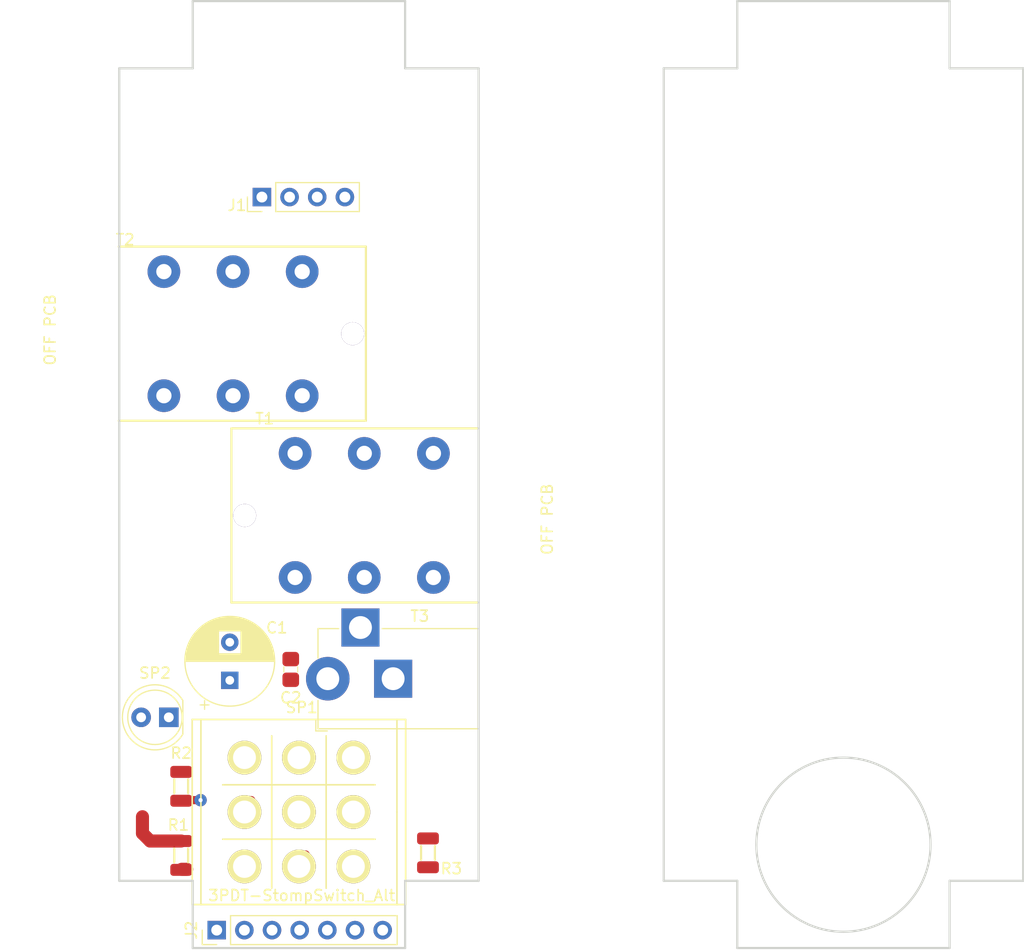
<source format=kicad_pcb>
(kicad_pcb (version 20171130) (host pcbnew "(5.1.4)-1")

  (general
    (thickness 1.6)
    (drawings 25)
    (tracks 12)
    (zones 0)
    (modules 12)
    (nets 25)
  )

  (page A4)
  (layers
    (0 F.Cu signal)
    (31 B.Cu signal)
    (32 B.Adhes user)
    (33 F.Adhes user)
    (34 B.Paste user)
    (35 F.Paste user)
    (36 B.SilkS user)
    (37 F.SilkS user)
    (38 B.Mask user)
    (39 F.Mask user)
    (40 Dwgs.User user)
    (41 Cmts.User user)
    (42 Eco1.User user)
    (43 Eco2.User user)
    (44 Edge.Cuts user)
    (45 Margin user)
    (46 B.CrtYd user)
    (47 F.CrtYd user)
    (48 B.Fab user)
    (49 F.Fab user hide)
  )

  (setup
    (last_trace_width 0.1524)
    (trace_clearance 0.1524)
    (zone_clearance 0.508)
    (zone_45_only no)
    (trace_min 0.1524)
    (via_size 0.635)
    (via_drill 0.254)
    (via_min_size 0.635)
    (via_min_drill 0.254)
    (uvia_size 0.3)
    (uvia_drill 0.1)
    (uvias_allowed no)
    (uvia_min_size 0.2)
    (uvia_min_drill 0.1)
    (edge_width 0.05)
    (segment_width 0.2)
    (pcb_text_width 0.3)
    (pcb_text_size 1.5 1.5)
    (mod_edge_width 0.12)
    (mod_text_size 1 1)
    (mod_text_width 0.15)
    (pad_size 1.524 1.524)
    (pad_drill 0.762)
    (pad_to_mask_clearance 0.051)
    (solder_mask_min_width 0.25)
    (aux_axis_origin 0 0)
    (visible_elements 7FFFFFFF)
    (pcbplotparams
      (layerselection 0x010fc_ffffffff)
      (usegerberextensions false)
      (usegerberattributes false)
      (usegerberadvancedattributes false)
      (creategerberjobfile false)
      (excludeedgelayer true)
      (linewidth 0.100000)
      (plotframeref false)
      (viasonmask false)
      (mode 1)
      (useauxorigin false)
      (hpglpennumber 1)
      (hpglpenspeed 20)
      (hpglpendiameter 15.000000)
      (psnegative false)
      (psa4output false)
      (plotreference true)
      (plotvalue true)
      (plotinvisibletext false)
      (padsonsilk false)
      (subtractmaskfromsilk false)
      (outputformat 1)
      (mirror false)
      (drillshape 1)
      (scaleselection 1)
      (outputdirectory ""))
  )

  (net 0 "")
  (net 1 GND)
  (net 2 +9V)
  (net 3 "Net-(R1-Pad2)")
  (net 4 "Net-(R1-Pad1)")
  (net 5 "Net-(T1-Pad5)")
  (net 6 "Net-(T1-Pad3)")
  (net 7 "Net-(T1-Pad2)")
  (net 8 "Net-(T1-Pad1)")
  (net 9 "Net-(T2-Pad5)")
  (net 10 "Net-(T2-Pad3)")
  (net 11 "Net-(T2-Pad2)")
  (net 12 "Net-(T2-Pad1)")
  (net 13 /OUT)
  (net 14 /IN)
  (net 15 /Pedal_IN)
  (net 16 /Pedal_OUT)
  (net 17 /BYPASS)
  (net 18 "Net-(J2-Pad1)")
  (net 19 "Net-(J2-Pad2)")
  (net 20 "Net-(J2-Pad3)")
  (net 21 "Net-(J2-Pad4)")
  (net 22 "Net-(J2-Pad5)")
  (net 23 "Net-(J2-Pad6)")
  (net 24 "Net-(J2-Pad7)")

  (net_class Default "This is the default net class."
    (clearance 0.1524)
    (trace_width 0.1524)
    (via_dia 0.635)
    (via_drill 0.254)
    (uvia_dia 0.3)
    (uvia_drill 0.1)
    (add_net +9V)
    (add_net /BYPASS)
    (add_net /IN)
    (add_net /OUT)
    (add_net /Pedal_IN)
    (add_net /Pedal_OUT)
    (add_net GND)
    (add_net "Net-(J2-Pad1)")
    (add_net "Net-(J2-Pad2)")
    (add_net "Net-(J2-Pad3)")
    (add_net "Net-(J2-Pad4)")
    (add_net "Net-(J2-Pad5)")
    (add_net "Net-(J2-Pad6)")
    (add_net "Net-(J2-Pad7)")
    (add_net "Net-(R1-Pad1)")
    (add_net "Net-(R1-Pad2)")
    (add_net "Net-(T1-Pad1)")
    (add_net "Net-(T1-Pad2)")
    (add_net "Net-(T1-Pad3)")
    (add_net "Net-(T1-Pad5)")
    (add_net "Net-(T2-Pad1)")
    (add_net "Net-(T2-Pad2)")
    (add_net "Net-(T2-Pad3)")
    (add_net "Net-(T2-Pad5)")
  )

  (module Pin_Headers:Pin_Header_Straight_1x07_Pitch2.54mm (layer F.Cu) (tedit 59650532) (tstamp 5E16A260)
    (at 92.45 132.85 90)
    (descr "Through hole straight pin header, 1x07, 2.54mm pitch, single row")
    (tags "Through hole pin header THT 1x07 2.54mm single row")
    (path /5E192E09)
    (fp_text reference J2 (at 0 -2.33 90) (layer F.SilkS)
      (effects (font (size 1 1) (thickness 0.15)))
    )
    (fp_text value Conn_01x07_Male (at 0 17.57 90) (layer F.Fab)
      (effects (font (size 1 1) (thickness 0.15)))
    )
    (fp_line (start -0.635 -1.27) (end 1.27 -1.27) (layer F.Fab) (width 0.1))
    (fp_line (start 1.27 -1.27) (end 1.27 16.51) (layer F.Fab) (width 0.1))
    (fp_line (start 1.27 16.51) (end -1.27 16.51) (layer F.Fab) (width 0.1))
    (fp_line (start -1.27 16.51) (end -1.27 -0.635) (layer F.Fab) (width 0.1))
    (fp_line (start -1.27 -0.635) (end -0.635 -1.27) (layer F.Fab) (width 0.1))
    (fp_line (start -1.33 16.57) (end 1.33 16.57) (layer F.SilkS) (width 0.12))
    (fp_line (start -1.33 1.27) (end -1.33 16.57) (layer F.SilkS) (width 0.12))
    (fp_line (start 1.33 1.27) (end 1.33 16.57) (layer F.SilkS) (width 0.12))
    (fp_line (start -1.33 1.27) (end 1.33 1.27) (layer F.SilkS) (width 0.12))
    (fp_line (start -1.33 0) (end -1.33 -1.33) (layer F.SilkS) (width 0.12))
    (fp_line (start -1.33 -1.33) (end 0 -1.33) (layer F.SilkS) (width 0.12))
    (fp_line (start -1.8 -1.8) (end -1.8 17.05) (layer F.CrtYd) (width 0.05))
    (fp_line (start -1.8 17.05) (end 1.8 17.05) (layer F.CrtYd) (width 0.05))
    (fp_line (start 1.8 17.05) (end 1.8 -1.8) (layer F.CrtYd) (width 0.05))
    (fp_line (start 1.8 -1.8) (end -1.8 -1.8) (layer F.CrtYd) (width 0.05))
    (fp_text user %R (at 0 7.62) (layer F.Fab)
      (effects (font (size 1 1) (thickness 0.15)))
    )
    (pad 1 thru_hole rect (at 0 0 90) (size 1.7 1.7) (drill 1) (layers *.Cu *.Mask)
      (net 18 "Net-(J2-Pad1)"))
    (pad 2 thru_hole oval (at 0 2.54 90) (size 1.7 1.7) (drill 1) (layers *.Cu *.Mask)
      (net 19 "Net-(J2-Pad2)"))
    (pad 3 thru_hole oval (at 0 5.08 90) (size 1.7 1.7) (drill 1) (layers *.Cu *.Mask)
      (net 20 "Net-(J2-Pad3)"))
    (pad 4 thru_hole oval (at 0 7.62 90) (size 1.7 1.7) (drill 1) (layers *.Cu *.Mask)
      (net 21 "Net-(J2-Pad4)"))
    (pad 5 thru_hole oval (at 0 10.16 90) (size 1.7 1.7) (drill 1) (layers *.Cu *.Mask)
      (net 22 "Net-(J2-Pad5)"))
    (pad 6 thru_hole oval (at 0 12.7 90) (size 1.7 1.7) (drill 1) (layers *.Cu *.Mask)
      (net 23 "Net-(J2-Pad6)"))
    (pad 7 thru_hole oval (at 0 15.24 90) (size 1.7 1.7) (drill 1) (layers *.Cu *.Mask)
      (net 24 "Net-(J2-Pad7)"))
    (model ${KISYS3DMOD}/Pin_Headers.3dshapes/Pin_Header_Straight_1x07_Pitch2.54mm.wrl
      (at (xyz 0 0 0))
      (scale (xyz 1 1 1))
      (rotate (xyz 0 0 0))
    )
  )

  (module AVR-KiCAD-Lib-Connectors:BarrelJack_Horizontal (layer F.Cu) (tedit 5E167790) (tstamp 5E16954B)
    (at 102.65 109.75 180)
    (descr "DC Barrel Jack")
    (tags "Power Jack")
    (path /5E189834)
    (fp_text reference T3 (at -8.45 5.75) (layer F.SilkS)
      (effects (font (size 1 1) (thickness 0.15)))
    )
    (fp_text value 54-00129 (at -6.2 -5.5) (layer F.Fab)
      (effects (font (size 1 1) (thickness 0.15)))
    )
    (fp_text user %R (at -3 -2.95) (layer F.Fab)
      (effects (font (size 1 1) (thickness 0.15)))
    )
    (fp_line (start -0.003213 -4.505425) (end 0.8 -3.75) (layer F.Fab) (width 0.1))
    (fp_line (start 1.1 -3.75) (end 1.1 -4.8) (layer F.SilkS) (width 0.12))
    (fp_line (start 0.05 -4.8) (end 1.1 -4.8) (layer F.SilkS) (width 0.12))
    (fp_line (start 1 -4.5) (end 1 -4.75) (layer F.CrtYd) (width 0.05))
    (fp_line (start 1 -4.75) (end -14 -4.75) (layer F.CrtYd) (width 0.05))
    (fp_line (start 1 -4.5) (end 1 -2) (layer F.CrtYd) (width 0.05))
    (fp_line (start 1 -2) (end 2 -2) (layer F.CrtYd) (width 0.05))
    (fp_line (start 2 -2) (end 2 2) (layer F.CrtYd) (width 0.05))
    (fp_line (start 2 2) (end 1 2) (layer F.CrtYd) (width 0.05))
    (fp_line (start 1 2) (end 1 4.75) (layer F.CrtYd) (width 0.05))
    (fp_line (start 1 4.75) (end -1 4.75) (layer F.CrtYd) (width 0.05))
    (fp_line (start -1 4.75) (end -1 6.75) (layer F.CrtYd) (width 0.05))
    (fp_line (start -1 6.75) (end -5 6.75) (layer F.CrtYd) (width 0.05))
    (fp_line (start -5 6.75) (end -5 4.75) (layer F.CrtYd) (width 0.05))
    (fp_line (start -5 4.75) (end -14 4.75) (layer F.CrtYd) (width 0.05))
    (fp_line (start -14 4.75) (end -14 -4.75) (layer F.CrtYd) (width 0.05))
    (fp_line (start -5 4.6) (end -13.8 4.6) (layer F.SilkS) (width 0.12))
    (fp_line (start -13.8 4.6) (end -13.8 -4.6) (layer F.SilkS) (width 0.12))
    (fp_line (start 0.9 1.9) (end 0.9 4.6) (layer F.SilkS) (width 0.12))
    (fp_line (start 0.9 4.6) (end -1 4.6) (layer F.SilkS) (width 0.12))
    (fp_line (start -13.8 -4.6) (end 0.9 -4.6) (layer F.SilkS) (width 0.12))
    (fp_line (start 0.9 -4.6) (end 0.9 -2) (layer F.SilkS) (width 0.12))
    (fp_line (start -10.2 -4.5) (end -10.2 4.5) (layer F.Fab) (width 0.1))
    (fp_line (start -13.7 -4.5) (end -13.7 4.5) (layer F.Fab) (width 0.1))
    (fp_line (start -13.7 4.5) (end 0.8 4.5) (layer F.Fab) (width 0.1))
    (fp_line (start 0.8 4.5) (end 0.8 -3.75) (layer F.Fab) (width 0.1))
    (fp_line (start 0 -4.5) (end -13.7 -4.5) (layer F.Fab) (width 0.1))
    (pad 1 thru_hole circle (at 0 0 180) (size 4 4) (drill 2.1) (layers *.Cu *.Mask)
      (net 2 +9V))
    (pad 2 thru_hole rect (at -6 0 180) (size 3.5 3.5) (drill 2.1) (layers *.Cu *.Mask)
      (net 1 GND))
    (pad 3 thru_hole rect (at -3 4.7 180) (size 3.5 3.5) (drill 2.1) (layers *.Cu *.Mask)
      (net 1 GND))
    (model ${AVR_KICAD_LIB}/3D/STEP/54-00129.STEP
      (offset (xyz -13.75 0 6.5))
      (scale (xyz 1 1 1))
      (rotate (xyz -90 0 90))
    )
  )

  (module AVR-KiCAD-Lib-Diodesl:LED_D5.0mm (layer F.Cu) (tedit 5995936A) (tstamp 5CCA5C14)
    (at 88.05 113.3 180)
    (descr "LED, diameter 5.0mm, 2 pins, http://cdn-reichelt.de/documents/datenblatt/A500/LL-504BC2E-009.pdf")
    (tags "LED diameter 5.0mm 2 pins")
    (path /5CCB35C1)
    (fp_text reference SP2 (at 1.27 4.064 180) (layer F.SilkS)
      (effects (font (size 1 1) (thickness 0.15)))
    )
    (fp_text value HLMP-4700-C0002 (at 1.27 3.96 180) (layer F.Fab) hide
      (effects (font (size 1 1) (thickness 0.15)))
    )
    (fp_arc (start 1.27 0) (end -1.23 -1.469694) (angle 299.1) (layer F.Fab) (width 0.1))
    (fp_arc (start 1.27 0) (end -1.29 -1.54483) (angle 148.9) (layer F.SilkS) (width 0.12))
    (fp_arc (start 1.27 0) (end -1.29 1.54483) (angle -148.9) (layer F.SilkS) (width 0.12))
    (fp_circle (center 1.27 0) (end 3.77 0) (layer F.Fab) (width 0.1))
    (fp_circle (center 1.27 0) (end 3.77 0) (layer F.SilkS) (width 0.12))
    (fp_line (start -1.23 -1.469694) (end -1.23 1.469694) (layer F.Fab) (width 0.1))
    (fp_line (start -1.29 -1.545) (end -1.29 1.545) (layer F.SilkS) (width 0.12))
    (fp_line (start -1.95 -3.25) (end -1.95 3.25) (layer F.CrtYd) (width 0.05))
    (fp_line (start -1.95 3.25) (end 4.5 3.25) (layer F.CrtYd) (width 0.05))
    (fp_line (start 4.5 3.25) (end 4.5 -3.25) (layer F.CrtYd) (width 0.05))
    (fp_line (start 4.5 -3.25) (end -1.95 -3.25) (layer F.CrtYd) (width 0.05))
    (fp_text user %R (at 1.25 0 180) (layer F.Fab)
      (effects (font (size 0.8 0.8) (thickness 0.2)))
    )
    (pad 1 thru_hole rect (at 0 0 180) (size 1.8 1.8) (drill 0.9) (layers *.Cu *.Mask)
      (net 3 "Net-(R1-Pad2)"))
    (pad 2 thru_hole circle (at 2.54 0 180) (size 1.8 1.8) (drill 0.9) (layers *.Cu *.Mask)
      (net 2 +9V))
    (model ${KISYS3DMOD}/LED_THT.3dshapes/LED_D5.0mm.wrl
      (at (xyz 0 0 0))
      (scale (xyz 1 1 1))
      (rotate (xyz 0 0 0))
    )
  )

  (module AVR-KiCAD-Lib-Capacitors:CP_Radial_D8.0mm_P3.50mm (layer F.Cu) (tedit 5AE50EF0) (tstamp 5CCA8908)
    (at 93.65 109.9 90)
    (descr "CP, Radial series, Radial, pin pitch=3.50mm, , diameter=8mm, Electrolytic Capacitor")
    (tags "CP Radial series Radial pin pitch 3.50mm  diameter 8mm Electrolytic Capacitor")
    (path /5CD2C864)
    (fp_text reference C1 (at 4.826 4.318) (layer F.SilkS)
      (effects (font (size 1 1) (thickness 0.15)))
    )
    (fp_text value UFW1H101MPD (at 1.75 5.25 270) (layer F.Fab) hide
      (effects (font (size 1 1) (thickness 0.15)))
    )
    (fp_circle (center 1.75 0) (end 5.75 0) (layer F.Fab) (width 0.1))
    (fp_circle (center 1.75 0) (end 5.87 0) (layer F.SilkS) (width 0.12))
    (fp_circle (center 1.75 0) (end 6 0) (layer F.CrtYd) (width 0.05))
    (fp_line (start -1.676759 -1.7475) (end -0.876759 -1.7475) (layer F.Fab) (width 0.1))
    (fp_line (start -1.276759 -2.1475) (end -1.276759 -1.3475) (layer F.Fab) (width 0.1))
    (fp_line (start 1.75 -4.08) (end 1.75 4.08) (layer F.SilkS) (width 0.12))
    (fp_line (start 1.79 -4.08) (end 1.79 4.08) (layer F.SilkS) (width 0.12))
    (fp_line (start 1.83 -4.08) (end 1.83 4.08) (layer F.SilkS) (width 0.12))
    (fp_line (start 1.87 -4.079) (end 1.87 4.079) (layer F.SilkS) (width 0.12))
    (fp_line (start 1.91 -4.077) (end 1.91 4.077) (layer F.SilkS) (width 0.12))
    (fp_line (start 1.95 -4.076) (end 1.95 4.076) (layer F.SilkS) (width 0.12))
    (fp_line (start 1.99 -4.074) (end 1.99 4.074) (layer F.SilkS) (width 0.12))
    (fp_line (start 2.03 -4.071) (end 2.03 4.071) (layer F.SilkS) (width 0.12))
    (fp_line (start 2.07 -4.068) (end 2.07 4.068) (layer F.SilkS) (width 0.12))
    (fp_line (start 2.11 -4.065) (end 2.11 4.065) (layer F.SilkS) (width 0.12))
    (fp_line (start 2.15 -4.061) (end 2.15 4.061) (layer F.SilkS) (width 0.12))
    (fp_line (start 2.19 -4.057) (end 2.19 4.057) (layer F.SilkS) (width 0.12))
    (fp_line (start 2.23 -4.052) (end 2.23 4.052) (layer F.SilkS) (width 0.12))
    (fp_line (start 2.27 -4.048) (end 2.27 4.048) (layer F.SilkS) (width 0.12))
    (fp_line (start 2.31 -4.042) (end 2.31 4.042) (layer F.SilkS) (width 0.12))
    (fp_line (start 2.35 -4.037) (end 2.35 4.037) (layer F.SilkS) (width 0.12))
    (fp_line (start 2.39 -4.03) (end 2.39 4.03) (layer F.SilkS) (width 0.12))
    (fp_line (start 2.43 -4.024) (end 2.43 4.024) (layer F.SilkS) (width 0.12))
    (fp_line (start 2.471 -4.017) (end 2.471 -1.04) (layer F.SilkS) (width 0.12))
    (fp_line (start 2.471 1.04) (end 2.471 4.017) (layer F.SilkS) (width 0.12))
    (fp_line (start 2.511 -4.01) (end 2.511 -1.04) (layer F.SilkS) (width 0.12))
    (fp_line (start 2.511 1.04) (end 2.511 4.01) (layer F.SilkS) (width 0.12))
    (fp_line (start 2.551 -4.002) (end 2.551 -1.04) (layer F.SilkS) (width 0.12))
    (fp_line (start 2.551 1.04) (end 2.551 4.002) (layer F.SilkS) (width 0.12))
    (fp_line (start 2.591 -3.994) (end 2.591 -1.04) (layer F.SilkS) (width 0.12))
    (fp_line (start 2.591 1.04) (end 2.591 3.994) (layer F.SilkS) (width 0.12))
    (fp_line (start 2.631 -3.985) (end 2.631 -1.04) (layer F.SilkS) (width 0.12))
    (fp_line (start 2.631 1.04) (end 2.631 3.985) (layer F.SilkS) (width 0.12))
    (fp_line (start 2.671 -3.976) (end 2.671 -1.04) (layer F.SilkS) (width 0.12))
    (fp_line (start 2.671 1.04) (end 2.671 3.976) (layer F.SilkS) (width 0.12))
    (fp_line (start 2.711 -3.967) (end 2.711 -1.04) (layer F.SilkS) (width 0.12))
    (fp_line (start 2.711 1.04) (end 2.711 3.967) (layer F.SilkS) (width 0.12))
    (fp_line (start 2.751 -3.957) (end 2.751 -1.04) (layer F.SilkS) (width 0.12))
    (fp_line (start 2.751 1.04) (end 2.751 3.957) (layer F.SilkS) (width 0.12))
    (fp_line (start 2.791 -3.947) (end 2.791 -1.04) (layer F.SilkS) (width 0.12))
    (fp_line (start 2.791 1.04) (end 2.791 3.947) (layer F.SilkS) (width 0.12))
    (fp_line (start 2.831 -3.936) (end 2.831 -1.04) (layer F.SilkS) (width 0.12))
    (fp_line (start 2.831 1.04) (end 2.831 3.936) (layer F.SilkS) (width 0.12))
    (fp_line (start 2.871 -3.925) (end 2.871 -1.04) (layer F.SilkS) (width 0.12))
    (fp_line (start 2.871 1.04) (end 2.871 3.925) (layer F.SilkS) (width 0.12))
    (fp_line (start 2.911 -3.914) (end 2.911 -1.04) (layer F.SilkS) (width 0.12))
    (fp_line (start 2.911 1.04) (end 2.911 3.914) (layer F.SilkS) (width 0.12))
    (fp_line (start 2.951 -3.902) (end 2.951 -1.04) (layer F.SilkS) (width 0.12))
    (fp_line (start 2.951 1.04) (end 2.951 3.902) (layer F.SilkS) (width 0.12))
    (fp_line (start 2.991 -3.889) (end 2.991 -1.04) (layer F.SilkS) (width 0.12))
    (fp_line (start 2.991 1.04) (end 2.991 3.889) (layer F.SilkS) (width 0.12))
    (fp_line (start 3.031 -3.877) (end 3.031 -1.04) (layer F.SilkS) (width 0.12))
    (fp_line (start 3.031 1.04) (end 3.031 3.877) (layer F.SilkS) (width 0.12))
    (fp_line (start 3.071 -3.863) (end 3.071 -1.04) (layer F.SilkS) (width 0.12))
    (fp_line (start 3.071 1.04) (end 3.071 3.863) (layer F.SilkS) (width 0.12))
    (fp_line (start 3.111 -3.85) (end 3.111 -1.04) (layer F.SilkS) (width 0.12))
    (fp_line (start 3.111 1.04) (end 3.111 3.85) (layer F.SilkS) (width 0.12))
    (fp_line (start 3.151 -3.835) (end 3.151 -1.04) (layer F.SilkS) (width 0.12))
    (fp_line (start 3.151 1.04) (end 3.151 3.835) (layer F.SilkS) (width 0.12))
    (fp_line (start 3.191 -3.821) (end 3.191 -1.04) (layer F.SilkS) (width 0.12))
    (fp_line (start 3.191 1.04) (end 3.191 3.821) (layer F.SilkS) (width 0.12))
    (fp_line (start 3.231 -3.805) (end 3.231 -1.04) (layer F.SilkS) (width 0.12))
    (fp_line (start 3.231 1.04) (end 3.231 3.805) (layer F.SilkS) (width 0.12))
    (fp_line (start 3.271 -3.79) (end 3.271 -1.04) (layer F.SilkS) (width 0.12))
    (fp_line (start 3.271 1.04) (end 3.271 3.79) (layer F.SilkS) (width 0.12))
    (fp_line (start 3.311 -3.774) (end 3.311 -1.04) (layer F.SilkS) (width 0.12))
    (fp_line (start 3.311 1.04) (end 3.311 3.774) (layer F.SilkS) (width 0.12))
    (fp_line (start 3.351 -3.757) (end 3.351 -1.04) (layer F.SilkS) (width 0.12))
    (fp_line (start 3.351 1.04) (end 3.351 3.757) (layer F.SilkS) (width 0.12))
    (fp_line (start 3.391 -3.74) (end 3.391 -1.04) (layer F.SilkS) (width 0.12))
    (fp_line (start 3.391 1.04) (end 3.391 3.74) (layer F.SilkS) (width 0.12))
    (fp_line (start 3.431 -3.722) (end 3.431 -1.04) (layer F.SilkS) (width 0.12))
    (fp_line (start 3.431 1.04) (end 3.431 3.722) (layer F.SilkS) (width 0.12))
    (fp_line (start 3.471 -3.704) (end 3.471 -1.04) (layer F.SilkS) (width 0.12))
    (fp_line (start 3.471 1.04) (end 3.471 3.704) (layer F.SilkS) (width 0.12))
    (fp_line (start 3.511 -3.686) (end 3.511 -1.04) (layer F.SilkS) (width 0.12))
    (fp_line (start 3.511 1.04) (end 3.511 3.686) (layer F.SilkS) (width 0.12))
    (fp_line (start 3.551 -3.666) (end 3.551 -1.04) (layer F.SilkS) (width 0.12))
    (fp_line (start 3.551 1.04) (end 3.551 3.666) (layer F.SilkS) (width 0.12))
    (fp_line (start 3.591 -3.647) (end 3.591 -1.04) (layer F.SilkS) (width 0.12))
    (fp_line (start 3.591 1.04) (end 3.591 3.647) (layer F.SilkS) (width 0.12))
    (fp_line (start 3.631 -3.627) (end 3.631 -1.04) (layer F.SilkS) (width 0.12))
    (fp_line (start 3.631 1.04) (end 3.631 3.627) (layer F.SilkS) (width 0.12))
    (fp_line (start 3.671 -3.606) (end 3.671 -1.04) (layer F.SilkS) (width 0.12))
    (fp_line (start 3.671 1.04) (end 3.671 3.606) (layer F.SilkS) (width 0.12))
    (fp_line (start 3.711 -3.584) (end 3.711 -1.04) (layer F.SilkS) (width 0.12))
    (fp_line (start 3.711 1.04) (end 3.711 3.584) (layer F.SilkS) (width 0.12))
    (fp_line (start 3.751 -3.562) (end 3.751 -1.04) (layer F.SilkS) (width 0.12))
    (fp_line (start 3.751 1.04) (end 3.751 3.562) (layer F.SilkS) (width 0.12))
    (fp_line (start 3.791 -3.54) (end 3.791 -1.04) (layer F.SilkS) (width 0.12))
    (fp_line (start 3.791 1.04) (end 3.791 3.54) (layer F.SilkS) (width 0.12))
    (fp_line (start 3.831 -3.517) (end 3.831 -1.04) (layer F.SilkS) (width 0.12))
    (fp_line (start 3.831 1.04) (end 3.831 3.517) (layer F.SilkS) (width 0.12))
    (fp_line (start 3.871 -3.493) (end 3.871 -1.04) (layer F.SilkS) (width 0.12))
    (fp_line (start 3.871 1.04) (end 3.871 3.493) (layer F.SilkS) (width 0.12))
    (fp_line (start 3.911 -3.469) (end 3.911 -1.04) (layer F.SilkS) (width 0.12))
    (fp_line (start 3.911 1.04) (end 3.911 3.469) (layer F.SilkS) (width 0.12))
    (fp_line (start 3.951 -3.444) (end 3.951 -1.04) (layer F.SilkS) (width 0.12))
    (fp_line (start 3.951 1.04) (end 3.951 3.444) (layer F.SilkS) (width 0.12))
    (fp_line (start 3.991 -3.418) (end 3.991 -1.04) (layer F.SilkS) (width 0.12))
    (fp_line (start 3.991 1.04) (end 3.991 3.418) (layer F.SilkS) (width 0.12))
    (fp_line (start 4.031 -3.392) (end 4.031 -1.04) (layer F.SilkS) (width 0.12))
    (fp_line (start 4.031 1.04) (end 4.031 3.392) (layer F.SilkS) (width 0.12))
    (fp_line (start 4.071 -3.365) (end 4.071 -1.04) (layer F.SilkS) (width 0.12))
    (fp_line (start 4.071 1.04) (end 4.071 3.365) (layer F.SilkS) (width 0.12))
    (fp_line (start 4.111 -3.338) (end 4.111 -1.04) (layer F.SilkS) (width 0.12))
    (fp_line (start 4.111 1.04) (end 4.111 3.338) (layer F.SilkS) (width 0.12))
    (fp_line (start 4.151 -3.309) (end 4.151 -1.04) (layer F.SilkS) (width 0.12))
    (fp_line (start 4.151 1.04) (end 4.151 3.309) (layer F.SilkS) (width 0.12))
    (fp_line (start 4.191 -3.28) (end 4.191 -1.04) (layer F.SilkS) (width 0.12))
    (fp_line (start 4.191 1.04) (end 4.191 3.28) (layer F.SilkS) (width 0.12))
    (fp_line (start 4.231 -3.25) (end 4.231 -1.04) (layer F.SilkS) (width 0.12))
    (fp_line (start 4.231 1.04) (end 4.231 3.25) (layer F.SilkS) (width 0.12))
    (fp_line (start 4.271 -3.22) (end 4.271 -1.04) (layer F.SilkS) (width 0.12))
    (fp_line (start 4.271 1.04) (end 4.271 3.22) (layer F.SilkS) (width 0.12))
    (fp_line (start 4.311 -3.189) (end 4.311 -1.04) (layer F.SilkS) (width 0.12))
    (fp_line (start 4.311 1.04) (end 4.311 3.189) (layer F.SilkS) (width 0.12))
    (fp_line (start 4.351 -3.156) (end 4.351 -1.04) (layer F.SilkS) (width 0.12))
    (fp_line (start 4.351 1.04) (end 4.351 3.156) (layer F.SilkS) (width 0.12))
    (fp_line (start 4.391 -3.124) (end 4.391 -1.04) (layer F.SilkS) (width 0.12))
    (fp_line (start 4.391 1.04) (end 4.391 3.124) (layer F.SilkS) (width 0.12))
    (fp_line (start 4.431 -3.09) (end 4.431 -1.04) (layer F.SilkS) (width 0.12))
    (fp_line (start 4.431 1.04) (end 4.431 3.09) (layer F.SilkS) (width 0.12))
    (fp_line (start 4.471 -3.055) (end 4.471 -1.04) (layer F.SilkS) (width 0.12))
    (fp_line (start 4.471 1.04) (end 4.471 3.055) (layer F.SilkS) (width 0.12))
    (fp_line (start 4.511 -3.019) (end 4.511 -1.04) (layer F.SilkS) (width 0.12))
    (fp_line (start 4.511 1.04) (end 4.511 3.019) (layer F.SilkS) (width 0.12))
    (fp_line (start 4.551 -2.983) (end 4.551 2.983) (layer F.SilkS) (width 0.12))
    (fp_line (start 4.591 -2.945) (end 4.591 2.945) (layer F.SilkS) (width 0.12))
    (fp_line (start 4.631 -2.907) (end 4.631 2.907) (layer F.SilkS) (width 0.12))
    (fp_line (start 4.671 -2.867) (end 4.671 2.867) (layer F.SilkS) (width 0.12))
    (fp_line (start 4.711 -2.826) (end 4.711 2.826) (layer F.SilkS) (width 0.12))
    (fp_line (start 4.751 -2.784) (end 4.751 2.784) (layer F.SilkS) (width 0.12))
    (fp_line (start 4.791 -2.741) (end 4.791 2.741) (layer F.SilkS) (width 0.12))
    (fp_line (start 4.831 -2.697) (end 4.831 2.697) (layer F.SilkS) (width 0.12))
    (fp_line (start 4.871 -2.651) (end 4.871 2.651) (layer F.SilkS) (width 0.12))
    (fp_line (start 4.911 -2.604) (end 4.911 2.604) (layer F.SilkS) (width 0.12))
    (fp_line (start 4.951 -2.556) (end 4.951 2.556) (layer F.SilkS) (width 0.12))
    (fp_line (start 4.991 -2.505) (end 4.991 2.505) (layer F.SilkS) (width 0.12))
    (fp_line (start 5.031 -2.454) (end 5.031 2.454) (layer F.SilkS) (width 0.12))
    (fp_line (start 5.071 -2.4) (end 5.071 2.4) (layer F.SilkS) (width 0.12))
    (fp_line (start 5.111 -2.345) (end 5.111 2.345) (layer F.SilkS) (width 0.12))
    (fp_line (start 5.151 -2.287) (end 5.151 2.287) (layer F.SilkS) (width 0.12))
    (fp_line (start 5.191 -2.228) (end 5.191 2.228) (layer F.SilkS) (width 0.12))
    (fp_line (start 5.231 -2.166) (end 5.231 2.166) (layer F.SilkS) (width 0.12))
    (fp_line (start 5.271 -2.102) (end 5.271 2.102) (layer F.SilkS) (width 0.12))
    (fp_line (start 5.311 -2.034) (end 5.311 2.034) (layer F.SilkS) (width 0.12))
    (fp_line (start 5.351 -1.964) (end 5.351 1.964) (layer F.SilkS) (width 0.12))
    (fp_line (start 5.391 -1.89) (end 5.391 1.89) (layer F.SilkS) (width 0.12))
    (fp_line (start 5.431 -1.813) (end 5.431 1.813) (layer F.SilkS) (width 0.12))
    (fp_line (start 5.471 -1.731) (end 5.471 1.731) (layer F.SilkS) (width 0.12))
    (fp_line (start 5.511 -1.645) (end 5.511 1.645) (layer F.SilkS) (width 0.12))
    (fp_line (start 5.551 -1.552) (end 5.551 1.552) (layer F.SilkS) (width 0.12))
    (fp_line (start 5.591 -1.453) (end 5.591 1.453) (layer F.SilkS) (width 0.12))
    (fp_line (start 5.631 -1.346) (end 5.631 1.346) (layer F.SilkS) (width 0.12))
    (fp_line (start 5.671 -1.229) (end 5.671 1.229) (layer F.SilkS) (width 0.12))
    (fp_line (start 5.711 -1.098) (end 5.711 1.098) (layer F.SilkS) (width 0.12))
    (fp_line (start 5.751 -0.948) (end 5.751 0.948) (layer F.SilkS) (width 0.12))
    (fp_line (start 5.791 -0.768) (end 5.791 0.768) (layer F.SilkS) (width 0.12))
    (fp_line (start 5.831 -0.533) (end 5.831 0.533) (layer F.SilkS) (width 0.12))
    (fp_line (start -2.659698 -2.315) (end -1.859698 -2.315) (layer F.SilkS) (width 0.12))
    (fp_line (start -2.259698 -2.715) (end -2.259698 -1.915) (layer F.SilkS) (width 0.12))
    (fp_text user %R (at 1.75 0 270) (layer F.Fab)
      (effects (font (size 1 1) (thickness 0.15)))
    )
    (pad 1 thru_hole rect (at 0 0 90) (size 1.6 1.6) (drill 0.8) (layers *.Cu *.Mask)
      (net 2 +9V))
    (pad 2 thru_hole circle (at 3.5 0 90) (size 1.6 1.6) (drill 0.8) (layers *.Cu *.Mask)
      (net 1 GND))
    (model ${KISYS3DMOD}/Capacitor_THT.3dshapes/CP_Radial_D8.0mm_P3.50mm.wrl
      (at (xyz 0 0 0))
      (scale (xyz 1 1 1))
      (rotate (xyz 0 0 0))
    )
  )

  (module AVR-KiCAD-Lib-Connectors:ACJS-MHDR (layer F.Cu) (tedit 5CD61751) (tstamp 5CCA5C27)
    (at 106 94.75)
    (path /5D0841AB)
    (fp_text reference T1 (at -9.144 -8.89) (layer F.SilkS)
      (effects (font (size 1 1) (thickness 0.15)))
    )
    (fp_text value ACJS-MHDR (at 0.35 0.05) (layer F.Fab)
      (effects (font (size 1 1) (thickness 0.15)))
    )
    (fp_text user "THIS LINE ON EDGE" (at 11.7 0.1 90) (layer Dwgs.User)
      (effects (font (size 1 1) (thickness 0.15)))
    )
    (fp_text user "OFF PCB" (at 16.8 0.35 90) (layer F.SilkS)
      (effects (font (size 1 1) (thickness 0.15)))
    )
    (fp_line (start 10.5 8) (end 21.3 8) (layer Dwgs.User) (width 0.2))
    (fp_line (start 21.3 -8) (end 21.3 8) (layer Dwgs.User) (width 0.2))
    (fp_line (start 10.5 -8) (end 21.3 -8) (layer Dwgs.User) (width 0.2))
    (fp_line (start -12.2 8) (end -12.2 -8) (layer F.SilkS) (width 0.2))
    (fp_line (start 10.5 -8) (end 10.5 8) (layer Dwgs.User) (width 0.2))
    (fp_line (start -12.2 8) (end 10.5 8) (layer F.SilkS) (width 0.2))
    (fp_line (start -12.2 -8) (end 10.5 -8) (layer F.SilkS) (width 0.2))
    (pad 7 thru_hole circle (at -10.98 0) (size 2.1 2.1) (drill 2.1) (layers *.Cu *.Mask))
    (pad 6 thru_hole circle (at -6.35 -5.7) (size 3 3) (drill 1.4) (layers *.Cu *.Mask)
      (net 15 /Pedal_IN))
    (pad 5 thru_hole circle (at 0 -5.7) (size 3 3) (drill 1.4) (layers *.Cu *.Mask)
      (net 5 "Net-(T1-Pad5)"))
    (pad 4 thru_hole circle (at 6.35 -5.7) (size 3 3) (drill 1.4) (layers *.Cu *.Mask)
      (net 1 GND))
    (pad 3 thru_hole circle (at -6.35 5.7) (size 3 3) (drill 1.4) (layers *.Cu *.Mask)
      (net 6 "Net-(T1-Pad3)"))
    (pad 2 thru_hole circle (at 0 5.7) (size 3 3) (drill 1.4) (layers *.Cu *.Mask)
      (net 7 "Net-(T1-Pad2)"))
    (pad 1 thru_hole circle (at 6.35 5.7) (size 3 3) (drill 1.4) (layers *.Cu *.Mask)
      (net 8 "Net-(T1-Pad1)"))
    (model ${AVR_KICAD_LIB}/3D/STEP/ACJS-MHDR.stp
      (offset (xyz 2.45 0 6.5))
      (scale (xyz 1 1 1))
      (rotate (xyz 0 0 0))
    )
  )

  (module AVR-KiCAD-Lib-Special:Switches_Stomp_Switch_3PDT (layer F.Cu) (tedit 5CC7529A) (tstamp 5CCA75E4)
    (at 100 122)
    (path /5CC88A6B)
    (fp_text reference SP1 (at 0.254 -9.604) (layer F.SilkS)
      (effects (font (size 1 1) (thickness 0.15)))
    )
    (fp_text value 3PDT-StompSwitch_Alt (at 0.254 7.668) (layer F.SilkS)
      (effects (font (size 1 1) (thickness 0.15)))
    )
    (fp_line (start 7 2.5) (end -7 2.5) (layer F.SilkS) (width 0.15))
    (fp_line (start -7 -2.5) (end 7 -2.5) (layer F.SilkS) (width 0.15))
    (fp_line (start 2.5 7) (end 2.5 -7) (layer F.SilkS) (width 0.15))
    (fp_line (start -2.5 -7) (end -2.5 7) (layer F.SilkS) (width 0.15))
    (fp_line (start -9 8.5) (end -9.8 8.5) (layer F.SilkS) (width 0.15))
    (fp_line (start -9.8 8.5) (end -9.8 -8.5) (layer F.SilkS) (width 0.15))
    (fp_line (start -9.8 -8.5) (end -9 -8.5) (layer F.SilkS) (width 0.15))
    (fp_line (start 9.8 8.5) (end 9 8.5) (layer F.SilkS) (width 0.15))
    (fp_line (start 9.8 8.5) (end 9.8 -8.5) (layer F.SilkS) (width 0.15))
    (fp_line (start 9.8 -8.5) (end 9 -8.5) (layer F.SilkS) (width 0.15))
    (fp_line (start -9 8.5) (end -9 -8.5) (layer F.SilkS) (width 0.15))
    (fp_line (start -9 -8.5) (end 9 -8.5) (layer F.SilkS) (width 0.15))
    (fp_line (start 9 -8.5) (end 9 0) (layer F.SilkS) (width 0.15))
    (fp_line (start -9 8.5) (end 9 8.5) (layer F.SilkS) (width 0.15))
    (fp_line (start 9 8.5) (end 9 0) (layer F.SilkS) (width 0.15))
    (pad 4 thru_hole circle (at 5 0) (size 3.1 3.1) (drill 2.1) (layers *.Cu *.Mask F.SilkS)
      (net 15 /Pedal_IN))
    (pad 5 thru_hole circle (at 0 0) (size 3.1 3.1) (drill 2.1) (layers *.Cu *.Mask F.SilkS)
      (net 16 /Pedal_OUT))
    (pad 6 thru_hole circle (at -5 0) (size 3.1 3.1) (drill 2.1) (layers *.Cu *.Mask F.SilkS)
      (net 1 GND))
    (pad 3 thru_hole circle (at -5 -5) (size 3.1 3.1) (drill 2.1) (layers *.Cu *.Mask F.SilkS)
      (net 14 /IN))
    (pad 9 thru_hole circle (at -5 5) (size 3.1 3.1) (drill 2.1) (layers *.Cu *.Mask F.SilkS)
      (net 4 "Net-(R1-Pad1)"))
    (pad 7 thru_hole circle (at 5 5) (size 3.1 3.1) (drill 2.1) (layers *.Cu *.Mask F.SilkS)
      (net 14 /IN))
    (pad 1 thru_hole circle (at 5 -5) (size 3.1 3.1) (drill 2.1) (layers *.Cu *.Mask F.SilkS)
      (net 17 /BYPASS))
    (pad 2 thru_hole circle (at 0 -5) (size 3.1 3.1) (drill 2.1) (layers *.Cu *.Mask F.SilkS)
      (net 17 /BYPASS))
    (pad 8 thru_hole circle (at 0 5) (size 3.1 3.1) (drill 2.1) (layers *.Cu *.Mask F.SilkS)
      (net 13 /OUT))
    (model "C:/Users/adam/Documents/GitHub/AudioExperiments/Projects-KiCAD/Libraries/3D/User Library-Footswich_3PDT.step"
      (offset (xyz 0 0 16.69999974919116))
      (scale (xyz 1 1 1))
      (rotate (xyz -90 0 0))
    )
  )

  (module AVR-KiCAD-Lib-Connectors:ACJS-MHDR (layer F.Cu) (tedit 5CD61751) (tstamp 5E1678AC)
    (at 93.95 78.05 180)
    (path /5D086FC4)
    (fp_text reference T2 (at 9.906 8.636 180) (layer F.SilkS)
      (effects (font (size 1 1) (thickness 0.15)))
    )
    (fp_text value ACJS-MHDR (at 0.35 0.05 180) (layer F.Fab)
      (effects (font (size 1 1) (thickness 0.15)))
    )
    (fp_text user "THIS LINE ON EDGE" (at 11.7 0.1 90) (layer Dwgs.User)
      (effects (font (size 1 1) (thickness 0.15)))
    )
    (fp_text user "OFF PCB" (at 16.8 0.35 270) (layer F.SilkS)
      (effects (font (size 1 1) (thickness 0.15)))
    )
    (fp_line (start 10.5 8) (end 21.3 8) (layer Dwgs.User) (width 0.2))
    (fp_line (start 21.3 -8) (end 21.3 8) (layer Dwgs.User) (width 0.2))
    (fp_line (start 10.5 -8) (end 21.3 -8) (layer Dwgs.User) (width 0.2))
    (fp_line (start -12.2 8) (end -12.2 -8) (layer F.SilkS) (width 0.2))
    (fp_line (start 10.5 -8) (end 10.5 8) (layer Dwgs.User) (width 0.2))
    (fp_line (start -12.2 8) (end 10.5 8) (layer F.SilkS) (width 0.2))
    (fp_line (start -12.2 -8) (end 10.5 -8) (layer F.SilkS) (width 0.2))
    (pad 7 thru_hole circle (at -10.98 0 180) (size 2.1 2.1) (drill 2.1) (layers *.Cu *.Mask))
    (pad 6 thru_hole circle (at -6.35 -5.7 180) (size 3 3) (drill 1.4) (layers *.Cu *.Mask)
      (net 16 /Pedal_OUT))
    (pad 5 thru_hole circle (at 0 -5.7 180) (size 3 3) (drill 1.4) (layers *.Cu *.Mask)
      (net 9 "Net-(T2-Pad5)"))
    (pad 4 thru_hole circle (at 6.35 -5.7 180) (size 3 3) (drill 1.4) (layers *.Cu *.Mask)
      (net 1 GND))
    (pad 3 thru_hole circle (at -6.35 5.7 180) (size 3 3) (drill 1.4) (layers *.Cu *.Mask)
      (net 10 "Net-(T2-Pad3)"))
    (pad 2 thru_hole circle (at 0 5.7 180) (size 3 3) (drill 1.4) (layers *.Cu *.Mask)
      (net 11 "Net-(T2-Pad2)"))
    (pad 1 thru_hole circle (at 6.35 5.7 180) (size 3 3) (drill 1.4) (layers *.Cu *.Mask)
      (net 12 "Net-(T2-Pad1)"))
    (model ${AVR_KICAD_LIB}/3D/STEP/ACJS-MHDR.stp
      (offset (xyz 2.45 0 6.5))
      (scale (xyz 1 1 1))
      (rotate (xyz 0 0 0))
    )
  )

  (module AVR-KiCAD-Lib-Capacitors:C0805 (layer F.Cu) (tedit 57D73A5A) (tstamp 5CCA5B82)
    (at 99.25 108.9 90)
    (path /5CCE814F)
    (fp_text reference C2 (at -2.6 0 180) (layer F.SilkS)
      (effects (font (size 1 1) (thickness 0.15)))
    )
    (fp_text value CL21B104KCFNNNE (at 0 -1.905 90) (layer F.Fab) hide
      (effects (font (size 1 1) (thickness 0.15)))
    )
    (fp_line (start -0.254 -0.635) (end 0.254 -0.635) (layer F.SilkS) (width 0.1))
    (fp_line (start -0.254 0.635) (end 0.254 0.635) (layer F.SilkS) (width 0.1))
    (fp_line (start 0 -0.254) (end 0 0.254) (layer Dwgs.User) (width 0.05))
    (fp_line (start 0.254 0) (end -0.254 0) (layer Dwgs.User) (width 0.05))
    (fp_line (start -1.973 -0.983) (end 1.973 -0.983) (layer Dwgs.User) (width 0.05))
    (fp_line (start 1.973 -0.983) (end 1.973 0.991) (layer Dwgs.User) (width 0.05))
    (fp_line (start 1.973 0.991) (end -1.973 0.991) (layer Dwgs.User) (width 0.05))
    (fp_line (start -1.973 -0.983) (end -1.973 0.991) (layer Dwgs.User) (width 0.05))
    (fp_line (start -1 -0.635) (end 1 -0.635) (layer Eco1.User) (width 0.05))
    (fp_line (start -1 0.635) (end -1 -0.635) (layer Eco1.User) (width 0.05))
    (fp_line (start 1 0.635) (end -1 0.635) (layer Eco1.User) (width 0.05))
    (fp_line (start 1 -0.635) (end 1 0.635) (layer Eco1.User) (width 0.05))
    (pad 1 smd roundrect (at -0.95 0 90) (size 1.321 1.524) (layers F.Cu F.Paste F.Mask) (roundrect_rratio 0.25)
      (net 2 +9V) (solder_mask_margin 0.102))
    (pad 2 smd roundrect (at 0.95 0 90) (size 1.321 1.524) (layers F.Cu F.Paste F.Mask) (roundrect_rratio 0.25)
      (net 1 GND) (solder_mask_margin 0.102))
    (model C:/Users/adam/Documents/GitHub/footprints/3D/STEP/CAPC-0805-T0.7-BN.stp
      (at (xyz 0 0 0))
      (scale (xyz 1 1 1))
      (rotate (xyz 0 0 0))
    )
  )

  (module AVR-KiCAD-Lib-Resistors:R1206 (layer F.Cu) (tedit 586975D8) (tstamp 5E16861A)
    (at 111.85 125.75 90)
    (path /5CCA75A1)
    (fp_text reference R3 (at -1.45 2.15) (layer F.SilkS)
      (effects (font (size 1 1) (thickness 0.15)))
    )
    (fp_text value RC1206FR-071ML (at 0.25 -3 90) (layer F.Fab) hide
      (effects (font (size 1 1) (thickness 0.15)))
    )
    (fp_line (start -0.635 -0.635) (end 0.635 -0.635) (layer F.SilkS) (width 0.2))
    (fp_line (start 0.635 0.635) (end -0.635 0.635) (layer F.SilkS) (width 0.2))
    (fp_line (start 0 -0.381) (end 0 0.381) (layer Dwgs.User) (width 0.05))
    (fp_line (start 0.381 0) (end -0.381 0) (layer Dwgs.User) (width 0.05))
    (fp_line (start -2.1 1.2) (end -2.1 -1.2) (layer Dwgs.User) (width 0.05))
    (fp_line (start 2.1 1.2) (end -2.1 1.2) (layer Dwgs.User) (width 0.05))
    (fp_line (start 2.1 -1.2) (end 2.1 1.2) (layer Dwgs.User) (width 0.05))
    (fp_line (start -2.1 -1.2) (end 2.1 -1.2) (layer Dwgs.User) (width 0.05))
    (fp_line (start -1.675 -0.875) (end 1.675 -0.875) (layer Eco1.User) (width 0.05))
    (fp_line (start -1.675 0.875) (end -1.675 -0.875) (layer Eco1.User) (width 0.05))
    (fp_line (start 1.675 0.875) (end -1.675 0.875) (layer Eco1.User) (width 0.05))
    (fp_line (start 1.675 -0.875) (end 1.675 0.875) (layer Eco1.User) (width 0.05))
    (pad 2 smd roundrect (at 1.325 0 90) (size 1.1 2) (layers F.Cu F.Paste F.Mask) (roundrect_rratio 0.25)
      (net 1 GND) (solder_mask_margin 0.102))
    (pad 1 smd roundrect (at -1.325 0 90) (size 1.1 2) (layers F.Cu F.Paste F.Mask) (roundrect_rratio 0.25)
      (net 13 /OUT) (solder_mask_margin 0.102))
    (model C:/Users/adam/Documents/GitHub/footprints/3D/STEP/1206_RES.stp
      (offset (xyz -0.1999999969963014 -0.02499999962453768 0))
      (scale (xyz 1 1 1))
      (rotate (xyz -90 0 0))
    )
  )

  (module AVR-KiCAD-Lib-Resistors:R1206 (layer F.Cu) (tedit 586975D8) (tstamp 5CCA5BD4)
    (at 89.188 119.638 270)
    (path /5CCA3CF5)
    (fp_text reference R2 (at -3.048 0 180) (layer F.SilkS)
      (effects (font (size 1 1) (thickness 0.15)))
    )
    (fp_text value RC1206FR-071ML (at 0.25 -3 270) (layer F.Fab) hide
      (effects (font (size 1 1) (thickness 0.15)))
    )
    (fp_line (start -0.635 -0.635) (end 0.635 -0.635) (layer F.SilkS) (width 0.2))
    (fp_line (start 0.635 0.635) (end -0.635 0.635) (layer F.SilkS) (width 0.2))
    (fp_line (start 0 -0.381) (end 0 0.381) (layer Dwgs.User) (width 0.05))
    (fp_line (start 0.381 0) (end -0.381 0) (layer Dwgs.User) (width 0.05))
    (fp_line (start -2.1 1.2) (end -2.1 -1.2) (layer Dwgs.User) (width 0.05))
    (fp_line (start 2.1 1.2) (end -2.1 1.2) (layer Dwgs.User) (width 0.05))
    (fp_line (start 2.1 -1.2) (end 2.1 1.2) (layer Dwgs.User) (width 0.05))
    (fp_line (start -2.1 -1.2) (end 2.1 -1.2) (layer Dwgs.User) (width 0.05))
    (fp_line (start -1.675 -0.875) (end 1.675 -0.875) (layer Eco1.User) (width 0.05))
    (fp_line (start -1.675 0.875) (end -1.675 -0.875) (layer Eco1.User) (width 0.05))
    (fp_line (start 1.675 0.875) (end -1.675 0.875) (layer Eco1.User) (width 0.05))
    (fp_line (start 1.675 -0.875) (end 1.675 0.875) (layer Eco1.User) (width 0.05))
    (pad 2 smd roundrect (at 1.325 0 270) (size 1.1 2) (layers F.Cu F.Paste F.Mask) (roundrect_rratio 0.25)
      (net 1 GND) (solder_mask_margin 0.102))
    (pad 1 smd roundrect (at -1.325 0 270) (size 1.1 2) (layers F.Cu F.Paste F.Mask) (roundrect_rratio 0.25)
      (net 14 /IN) (solder_mask_margin 0.102))
    (model C:/Users/adam/Documents/GitHub/footprints/3D/STEP/1206_RES.stp
      (offset (xyz -0.1999999969963014 -0.02499999962453768 0))
      (scale (xyz 1 1 1))
      (rotate (xyz -90 0 0))
    )
  )

  (module AVR-KiCAD-Lib-Resistors:R1206 (layer F.Cu) (tedit 586975D8) (tstamp 5CCA5BC2)
    (at 89.188 125.988 90)
    (path /5CCB1B55)
    (fp_text reference R1 (at 2.794 -0.254) (layer F.SilkS)
      (effects (font (size 1 1) (thickness 0.15)))
    )
    (fp_text value RC1206FR-071KL (at 0.25 -3 90) (layer F.Fab) hide
      (effects (font (size 1 1) (thickness 0.15)))
    )
    (fp_line (start -0.635 -0.635) (end 0.635 -0.635) (layer F.SilkS) (width 0.2))
    (fp_line (start 0.635 0.635) (end -0.635 0.635) (layer F.SilkS) (width 0.2))
    (fp_line (start 0 -0.381) (end 0 0.381) (layer Dwgs.User) (width 0.05))
    (fp_line (start 0.381 0) (end -0.381 0) (layer Dwgs.User) (width 0.05))
    (fp_line (start -2.1 1.2) (end -2.1 -1.2) (layer Dwgs.User) (width 0.05))
    (fp_line (start 2.1 1.2) (end -2.1 1.2) (layer Dwgs.User) (width 0.05))
    (fp_line (start 2.1 -1.2) (end 2.1 1.2) (layer Dwgs.User) (width 0.05))
    (fp_line (start -2.1 -1.2) (end 2.1 -1.2) (layer Dwgs.User) (width 0.05))
    (fp_line (start -1.675 -0.875) (end 1.675 -0.875) (layer Eco1.User) (width 0.05))
    (fp_line (start -1.675 0.875) (end -1.675 -0.875) (layer Eco1.User) (width 0.05))
    (fp_line (start 1.675 0.875) (end -1.675 0.875) (layer Eco1.User) (width 0.05))
    (fp_line (start 1.675 -0.875) (end 1.675 0.875) (layer Eco1.User) (width 0.05))
    (pad 2 smd roundrect (at 1.325 0 90) (size 1.1 2) (layers F.Cu F.Paste F.Mask) (roundrect_rratio 0.25)
      (net 3 "Net-(R1-Pad2)") (solder_mask_margin 0.102))
    (pad 1 smd roundrect (at -1.325 0 90) (size 1.1 2) (layers F.Cu F.Paste F.Mask) (roundrect_rratio 0.25)
      (net 4 "Net-(R1-Pad1)") (solder_mask_margin 0.102))
    (model C:/Users/adam/Documents/GitHub/footprints/3D/STEP/1206_RES.stp
      (offset (xyz -0.1999999969963014 -0.02499999962453768 0))
      (scale (xyz 1 1 1))
      (rotate (xyz -90 0 0))
    )
  )

  (module Connector_PinHeader_2.54mm:PinHeader_1x04_P2.54mm_Vertical (layer F.Cu) (tedit 59FED5CC) (tstamp 5CCA5B9A)
    (at 96.6 65.5 90)
    (descr "Through hole straight pin header, 1x04, 2.54mm pitch, single row")
    (tags "Through hole pin header THT 1x04 2.54mm single row")
    (path /5CCA00E8)
    (fp_text reference J1 (at -0.762 -2.286 180) (layer F.SilkS)
      (effects (font (size 1 1) (thickness 0.15)))
    )
    (fp_text value Conn_01x04_Female (at 0 9.95 90) (layer F.Fab) hide
      (effects (font (size 1 1) (thickness 0.15)))
    )
    (fp_text user %R (at 0 3.81 90) (layer F.Fab)
      (effects (font (size 1 1) (thickness 0.15)))
    )
    (fp_line (start 1.8 -1.8) (end -1.8 -1.8) (layer F.CrtYd) (width 0.05))
    (fp_line (start 1.8 9.4) (end 1.8 -1.8) (layer F.CrtYd) (width 0.05))
    (fp_line (start -1.8 9.4) (end 1.8 9.4) (layer F.CrtYd) (width 0.05))
    (fp_line (start -1.8 -1.8) (end -1.8 9.4) (layer F.CrtYd) (width 0.05))
    (fp_line (start -1.33 -1.33) (end 0 -1.33) (layer F.SilkS) (width 0.12))
    (fp_line (start -1.33 0) (end -1.33 -1.33) (layer F.SilkS) (width 0.12))
    (fp_line (start -1.33 1.27) (end 1.33 1.27) (layer F.SilkS) (width 0.12))
    (fp_line (start 1.33 1.27) (end 1.33 8.95) (layer F.SilkS) (width 0.12))
    (fp_line (start -1.33 1.27) (end -1.33 8.95) (layer F.SilkS) (width 0.12))
    (fp_line (start -1.33 8.95) (end 1.33 8.95) (layer F.SilkS) (width 0.12))
    (fp_line (start -1.27 -0.635) (end -0.635 -1.27) (layer F.Fab) (width 0.1))
    (fp_line (start -1.27 8.89) (end -1.27 -0.635) (layer F.Fab) (width 0.1))
    (fp_line (start 1.27 8.89) (end -1.27 8.89) (layer F.Fab) (width 0.1))
    (fp_line (start 1.27 -1.27) (end 1.27 8.89) (layer F.Fab) (width 0.1))
    (fp_line (start -0.635 -1.27) (end 1.27 -1.27) (layer F.Fab) (width 0.1))
    (pad 4 thru_hole oval (at 0 7.62 90) (size 1.7 1.7) (drill 1) (layers *.Cu *.Mask)
      (net 13 /OUT))
    (pad 3 thru_hole oval (at 0 5.08 90) (size 1.7 1.7) (drill 1) (layers *.Cu *.Mask)
      (net 2 +9V))
    (pad 2 thru_hole oval (at 0 2.54 90) (size 1.7 1.7) (drill 1) (layers *.Cu *.Mask)
      (net 1 GND))
    (pad 1 thru_hole rect (at 0 0 90) (size 1.7 1.7) (drill 1) (layers *.Cu *.Mask)
      (net 14 /IN))
    (model ${KISYS3DMOD}/Connector_PinHeader_2.54mm.3dshapes/PinHeader_1x04_P2.54mm_Vertical.wrl
      (at (xyz 0 0 0))
      (scale (xyz 1 1 1))
      (rotate (xyz 0 0 0))
    )
  )

  (gr_circle (center 150 125) (end 158 125) (layer Edge.Cuts) (width 0.2))
  (gr_line (start 109.75 128.319586) (end 116.5 128.319586) (layer Edge.Cuts) (width 0.2))
  (gr_line (start 116.5 128.319586) (end 116.5 53.669586) (layer Edge.Cuts) (width 0.2))
  (gr_line (start 140.25 134.494586) (end 140.25 128.319586) (layer Edge.Cuts) (width 0.2))
  (gr_line (start 140.25 128.319586) (end 133.5 128.319586) (layer Edge.Cuts) (width 0.2))
  (gr_line (start 133.5 128.319586) (end 133.5 53.669586) (layer Edge.Cuts) (width 0.2))
  (gr_line (start 133.5 53.669586) (end 140.25 53.669586) (layer Edge.Cuts) (width 0.2))
  (gr_line (start 140.25 53.669586) (end 140.25 47.494586) (layer Edge.Cuts) (width 0.2))
  (gr_line (start 140.25 47.494586) (end 159.75 47.494586) (layer Edge.Cuts) (width 0.2))
  (gr_line (start 159.75 47.494586) (end 159.75 53.669586) (layer Edge.Cuts) (width 0.2))
  (gr_line (start 159.75 53.669586) (end 166.5 53.669586) (layer Edge.Cuts) (width 0.2))
  (gr_line (start 166.5 128.319586) (end 166.5 53.669586) (layer Edge.Cuts) (width 0.2))
  (gr_line (start 159.75 128.319586) (end 166.5 128.319586) (layer Edge.Cuts) (width 0.2))
  (gr_line (start 159.75 134.494586) (end 159.75 128.319586) (layer Edge.Cuts) (width 0.2))
  (gr_line (start 159.75 134.494586) (end 140.25 134.494586) (layer Edge.Cuts) (width 0.2))
  (gr_line (start 90.25 134.494586) (end 90.25 128.319586) (layer Edge.Cuts) (width 0.2))
  (gr_line (start 90.25 128.319586) (end 83.5 128.319586) (layer Edge.Cuts) (width 0.2))
  (gr_line (start 83.5 128.319586) (end 83.5 53.669586) (layer Edge.Cuts) (width 0.2))
  (gr_line (start 83.5 53.669586) (end 90.25 53.669586) (layer Edge.Cuts) (width 0.2))
  (gr_line (start 90.25 53.669586) (end 90.25 47.494586) (layer Edge.Cuts) (width 0.2))
  (gr_line (start 90.25 47.494586) (end 109.75 47.494586) (layer Edge.Cuts) (width 0.2))
  (gr_line (start 109.75 47.494586) (end 109.75 53.669586) (layer Edge.Cuts) (width 0.2))
  (gr_line (start 109.75 53.669586) (end 116.5 53.669586) (layer Edge.Cuts) (width 0.2))
  (gr_line (start 109.75 134.494586) (end 109.75 128.319586) (layer Edge.Cuts) (width 0.2))
  (gr_line (start 109.75 134.494586) (end 90.25 134.494586) (layer Edge.Cuts) (width 0.2))

  (via (at 90.966 120.908) (size 1.143) (drill 0.381) (layers F.Cu B.Cu) (net 1))
  (segment (start 89.243 120.908) (end 89.188 120.963) (width 0.25) (layer F.Cu) (net 1))
  (segment (start 90.966 120.908) (end 89.243 120.908) (width 0.75) (layer F.Cu) (net 1))
  (segment (start 89.188 124.663) (end 86.339 124.663) (width 1.2) (layer F.Cu) (net 3))
  (segment (start 85.632 123.956) (end 85.632 122.432) (width 1.2) (layer F.Cu) (net 3))
  (segment (start 86.339 124.663) (end 85.632 123.956) (width 1.2) (layer F.Cu) (net 3))
  (segment (start 89.243 127.258) (end 89.188 127.313) (width 0.25) (layer F.Cu) (net 4))
  (segment (start 89.696 127.258) (end 89.243 127.258) (width 1.2) (layer F.Cu) (net 4))
  (segment (start 95.538 120.82) (end 95.618 120.9) (width 0.25) (layer F.Cu) (net 1))
  (segment (start 95.618 122.258) (end 95.618 120.9) (width 0.25) (layer F.Cu) (net 1))
  (segment (start 95.546 120.9) (end 95.618 120.9) (width 0.75) (layer F.Cu) (net 1))
  (segment (start 100.618 125.9) (end 100.6 125.9) (width 0.75) (layer F.Cu) (net 13))

)

</source>
